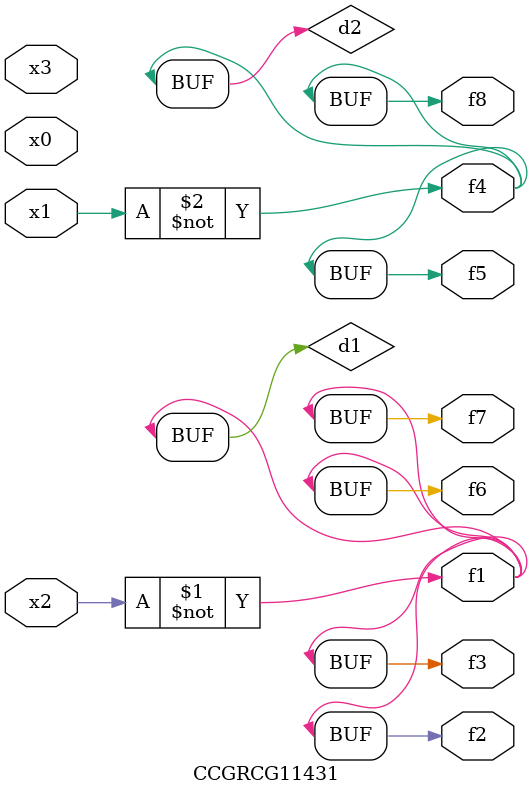
<source format=v>
module CCGRCG11431(
	input x0, x1, x2, x3,
	output f1, f2, f3, f4, f5, f6, f7, f8
);

	wire d1, d2;

	xnor (d1, x2);
	not (d2, x1);
	assign f1 = d1;
	assign f2 = d1;
	assign f3 = d1;
	assign f4 = d2;
	assign f5 = d2;
	assign f6 = d1;
	assign f7 = d1;
	assign f8 = d2;
endmodule

</source>
